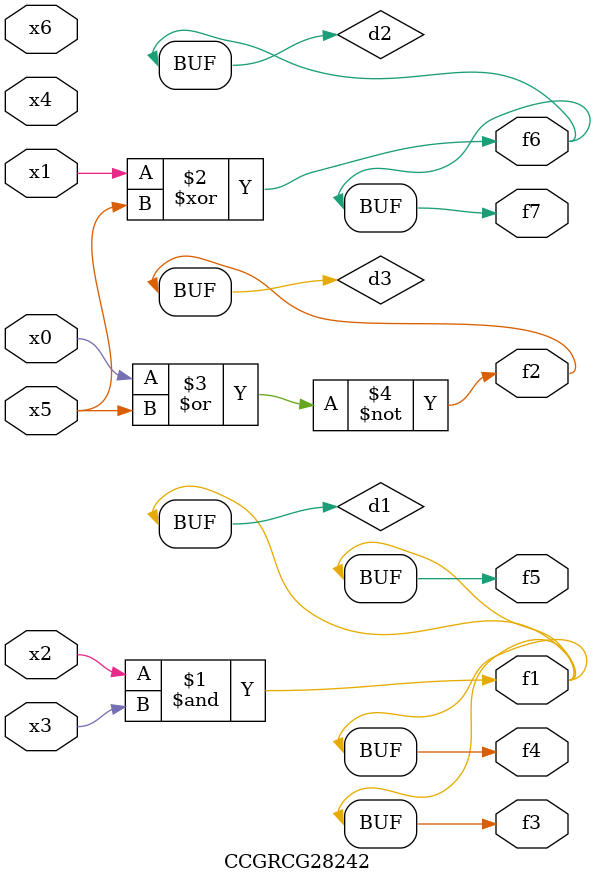
<source format=v>
module CCGRCG28242(
	input x0, x1, x2, x3, x4, x5, x6,
	output f1, f2, f3, f4, f5, f6, f7
);

	wire d1, d2, d3;

	and (d1, x2, x3);
	xor (d2, x1, x5);
	nor (d3, x0, x5);
	assign f1 = d1;
	assign f2 = d3;
	assign f3 = d1;
	assign f4 = d1;
	assign f5 = d1;
	assign f6 = d2;
	assign f7 = d2;
endmodule

</source>
